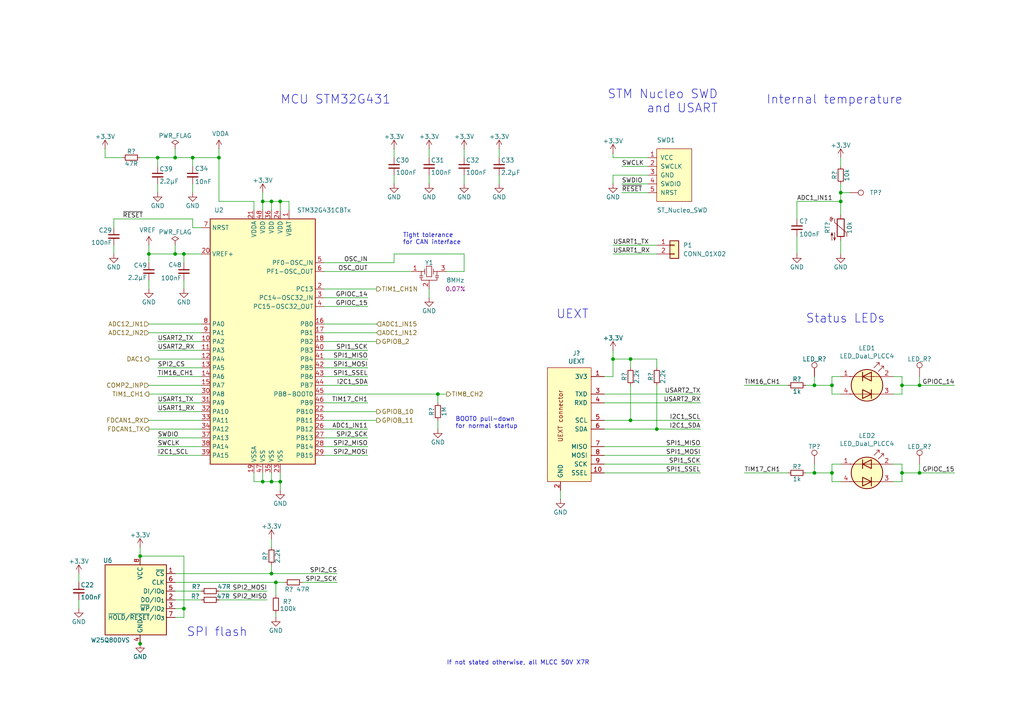
<source format=kicad_sch>
(kicad_sch (version 20250114) (generator "eeschema") (generator_version "9.0")
  (paper "A4")
  (title_block (title "MPPT 2420 HC") (date "2021-03-17") (rev "0.2.3") (company "Copyright © 2020 Libre Solar Technologies GmbH") (comment 1 "Licensed under CERN-OHL-W version 2") (comment 2 "Author: Martin Jäger"))
  (lib_symbols
    (symbol "Connector:TestPoint" (pin_numbers (hide yes)) (pin_names (offset 0.762) (hide yes))
      (property "Reference" "TP" (at 0 6.858 0))
      (property "Value" "TestPoint" (at 0 5.08 0))
      (symbol "TestPoint_0_1"
        (circle (center 0 3.302) (radius 0.762))
      )
      (symbol "TestPoint_1_1"
        (pin passive line (at 0 0 90) (length 2.54) (name "1") (number "1"))
      )
    )
    (symbol "Connector_Generic:Conn_01x02" (pin_names (offset 1.016) (hide yes))
      (property "Reference" "J" (at 0 2.54 0))
      (property "Value" "Conn_01x02" (at 0 -5.08 0))
      (symbol "Conn_01x02_1_1"
        (rectangle (start -1.27 1.27) (end 1.27 -3.81) (stroke (width 0.254)) (fill (type background)))
        (rectangle (start -1.27 0.127) (end 0 -0.127) (stroke (width 0.1524)))
        (rectangle (start -1.27 -2.413) (end 0 -2.667) (stroke (width 0.1524)))
        (pin passive line (at -5.08 0 0) (length 3.81) (name "Pin_1") (number "1"))
        (pin passive line (at -5.08 -2.54 0) (length 3.81) (name "Pin_2") (number "2"))
      )
    )
    (symbol "Device:Thermistor_NTC" (pin_numbers (hide yes)) (pin_names (offset 0))
      (property "Reference" "TH" (at -4.445 0 90))
      (property "Value" "Thermistor_NTC" (at 3.175 0 90))
      (symbol "Thermistor_NTC_0_1"
        (arc (start -3.175 2.413) (mid -3.0506 2.3165) (end -3.048 2.159))
        (arc (start -3.048 2.794) (mid -2.9736 2.9736) (end -2.794 3.048))
        (arc (start -2.794 3.048) (mid -2.6144 2.9736) (end -2.54 2.794))
        (arc (start -2.794 2.54) (mid -2.9736 2.6144) (end -3.048 2.794))
        (arc (start -2.794 1.905) (mid -2.9736 1.9794) (end -3.048 2.159))
        (arc (start -2.54 2.159) (mid -2.6144 1.9794) (end -2.794 1.905))
        (arc (start -2.159 2.794) (mid -2.434 2.5608) (end -2.794 2.54))
        (polyline (pts (xy -2.54 2.159) (xy -2.54 2.794)))
        (polyline (pts (xy -2.54 -3.683) (xy -2.54 -1.397) (xy -2.794 -2.159) (xy -2.286 -2.159) (xy -2.54 -1.397) (xy -2.54 -1.651)) (fill (type outline)))
        (polyline (pts (xy -1.778 2.54) (xy -1.778 1.524) (xy 1.778 -1.524) (xy 1.778 -2.54)))
        (polyline (pts (xy -1.778 -1.397) (xy -1.778 -3.683) (xy -2.032 -2.921) (xy -1.524 -2.921) (xy -1.778 -3.683) (xy -1.778 -3.429)) (fill (type outline)))
        (rectangle (start -1.016 2.54) (end 1.016 -2.54) (stroke (width 0.254)))
      )
      (symbol "Thermistor_NTC_1_1"
        (pin passive line (at 0 3.81 270) (length 1.27) (name "~") (number "1"))
        (pin passive line (at 0 -3.81 90) (length 1.27) (name "~") (number "2"))
      )
    )
    (symbol "LibreSolar:LED_Dual_CACA_BackToBack" (pin_names (offset 0) (hide yes))
      (property "Reference" "D" (at 0 5.715 0))
      (property "Value" "LibreSolar_LED_Dual_CACA_BackToBack" (at 0 -6.35 0))
      (symbol "LED_Dual_CACA_BackToBack_0_1"
        (polyline (pts (xy -5.08 2.54) (xy 2.032 2.54)))
        (polyline (pts (xy -5.08 -2.54) (xy 2.032 -2.54)))
        (polyline (pts (xy -1.27 3.81) (xy -1.27 1.27)) (stroke (width 0.254)))
        (polyline (pts (xy -1.27 -3.81) (xy -1.27 -1.27) (xy 1.27 -2.54) (xy -1.27 -3.81)) (stroke (width 0.254)))
        (circle (center 0 0) (radius 4.572) (stroke (width 0.254)) (fill (type background)))
        (polyline (pts (xy 1.27 3.81) (xy 1.27 1.27) (xy -1.27 2.54) (xy 1.27 3.81)) (stroke (width 0.254)))
        (polyline (pts (xy 1.27 -1.27) (xy 1.27 -3.81)) (stroke (width 0.254)))
        (polyline (pts (xy 2.032 5.08) (xy 3.556 6.604) (xy 2.794 6.604) (xy 3.556 6.604) (xy 3.556 5.842)))
        (polyline (pts (xy 3.302 4.064) (xy 4.826 5.588) (xy 4.064 5.588) (xy 4.826 5.588) (xy 4.826 4.826)))
        (polyline (pts (xy 3.81 2.54) (xy 1.905 2.54)))
        (polyline (pts (xy 3.81 -2.54) (xy 1.905 -2.54)))
      )
      (symbol "LED_Dual_CACA_BackToBack_1_1"
        (pin input line (at -7.62 2.54 0) (length 3.048) (name "A1") (number "1"))
        (pin input line (at -7.62 -2.54 0) (length 3.048) (name "K2") (number "4"))
        (pin input line (at 7.62 2.54 180) (length 3.81) (name "K1") (number "2"))
        (pin input line (at 7.62 -2.54 180) (length 3.81) (name "A2") (number "3"))
      )
    )
    (symbol "LibreSolar:STM32G431CBTx"
      (property "Reference" "U" (at -15.24 36.83 0))
      (property "Value" "LibreSolar_STM32G431CBTx" (at 10.16 38.1 0))
      (symbol "STM32G431CBTx_0_1"
        (rectangle (start -15.24 -35.56) (end 15.24 35.56) (stroke (width 0.254)) (fill (type background)))
      )
      (symbol "STM32G431CBTx_1_1"
        (pin input line (at -17.78 22.86 0) (length 2.54) (name "PF0-OSC_IN") (number "5"))
        (pin input line (at -17.78 20.32 0) (length 2.54) (name "PF1-OSC_OUT") (number "6"))
        (pin bidirectional line (at -17.78 15.24 0) (length 2.54) (name "PC13") (number "2"))
        (pin bidirectional line (at -17.78 12.7 0) (length 2.54) (name "PC14-OSC32_IN") (number "3"))
        (pin bidirectional line (at -17.78 10.16 0) (length 2.54) (name "PC15-OSC32_OUT") (number "4"))
        (pin bidirectional line (at -17.78 5.08 0) (length 2.54) (name "PB0") (number "16"))
        (pin bidirectional line (at -17.78 2.54 0) (length 2.54) (name "PB1") (number "17"))
        (pin bidirectional line (at -17.78 0 0) (length 2.54) (name "PB2") (number "18"))
        (pin bidirectional line (at -17.78 -2.54 0) (length 2.54) (name "PB3") (number "40"))
        (pin bidirectional line (at -17.78 -5.08 0) (length 2.54) (name "PB4") (number "41"))
        (pin bidirectional line (at -17.78 -7.62 0) (length 2.54) (name "PB5") (number "42"))
        (pin bidirectional line (at -17.78 -10.16 0) (length 2.54) (name "PB6") (number "43"))
        (pin bidirectional line (at -17.78 -12.7 0) (length 2.54) (name "PB7") (number "44"))
        (pin input line (at -17.78 -15.24 0) (length 2.54) (name "PB8-BOOT0") (number "45"))
        (pin bidirectional line (at -17.78 -17.78 0) (length 2.54) (name "PB9") (number "46"))
        (pin bidirectional line (at -17.78 -20.32 0) (length 2.54) (name "PB10") (number "22"))
        (pin bidirectional line (at -17.78 -22.86 0) (length 2.54) (name "PB11") (number "25"))
        (pin bidirectional line (at -17.78 -25.4 0) (length 2.54) (name "PB12") (number "26"))
        (pin bidirectional line (at -17.78 -27.94 0) (length 2.54) (name "PB13") (number "27"))
        (pin bidirectional line (at -17.78 -30.48 0) (length 2.54) (name "PB14") (number "28"))
        (pin bidirectional line (at -17.78 -33.02 0) (length 2.54) (name "PB15") (number "29"))
        (pin power_in line (at -7.62 38.1 270) (length 2.54) (name "VBAT") (number "1"))
        (pin power_in line (at -5.08 38.1 270) (length 2.54) (name "VDD") (number "24"))
        (pin power_in line (at -5.08 -38.1 90) (length 2.54) (name "VSS") (number "23"))
        (pin power_in line (at -2.54 38.1 270) (length 2.54) (name "VDD") (number "36"))
        (pin power_in line (at -2.54 -38.1 90) (length 2.54) (name "VSS") (number "35"))
        (pin power_in line (at 0 38.1 270) (length 2.54) (name "VDD") (number "48"))
        (pin power_in line (at 0 -38.1 90) (length 2.54) (name "VSS") (number "47"))
        (pin power_in line (at 2.54 38.1 270) (length 2.54) (name "VDDA") (number "21"))
        (pin power_in line (at 2.54 -38.1 90) (length 2.54) (name "VSSA") (number "19"))
        (pin input line (at 17.78 33.02 180) (length 2.54) (name "NRST") (number "7"))
        (pin power_in line (at 17.78 25.4 180) (length 2.54) (name "VREF+") (number "20"))
        (pin bidirectional line (at 17.78 5.08 180) (length 2.54) (name "PA0") (number "8"))
        (pin bidirectional line (at 17.78 2.54 180) (length 2.54) (name "PA1") (number "9"))
        (pin bidirectional line (at 17.78 0 180) (length 2.54) (name "PA2") (number "10"))
        (pin bidirectional line (at 17.78 -2.54 180) (length 2.54) (name "PA3") (number "11"))
        (pin bidirectional line (at 17.78 -5.08 180) (length 2.54) (name "PA4") (number "12"))
        (pin bidirectional line (at 17.78 -7.62 180) (length 2.54) (name "PA5") (number "13"))
        (pin bidirectional line (at 17.78 -10.16 180) (length 2.54) (name "PA6") (number "14"))
        (pin bidirectional line (at 17.78 -12.7 180) (length 2.54) (name "PA7") (number "15"))
        (pin bidirectional line (at 17.78 -15.24 180) (length 2.54) (name "PA8") (number "30"))
        (pin bidirectional line (at 17.78 -17.78 180) (length 2.54) (name "PA9") (number "31"))
        (pin bidirectional line (at 17.78 -20.32 180) (length 2.54) (name "PA10") (number "32"))
        (pin bidirectional line (at 17.78 -22.86 180) (length 2.54) (name "PA11") (number "33"))
        (pin bidirectional line (at 17.78 -25.4 180) (length 2.54) (name "PA12") (number "34"))
        (pin bidirectional line (at 17.78 -27.94 180) (length 2.54) (name "PA13") (number "37"))
        (pin bidirectional line (at 17.78 -30.48 180) (length 2.54) (name "PA14") (number "38"))
        (pin bidirectional line (at 17.78 -33.02 180) (length 2.54) (name "PA15") (number "39"))
      )
    )
    (symbol "LibreSolar:ST_Nucleo_SWD_5p" (pin_names (offset 1.016))
      (property "Reference" "J" (at 0 8.89 0))
      (property "Value" "LibreSolar_ST_Nucleo_SWD_5p" (at 0 -8.89 0))
      (symbol "ST_Nucleo_SWD_5p_0_1"
        (rectangle (start -5.08 7.62) (end 5.08 -7.62) (fill (type background)))
      )
      (symbol "ST_Nucleo_SWD_5p_1_1"
        (pin passive line (at -7.62 5.08 0) (length 2.54) (name "VCC") (number "1"))
        (pin passive line (at -7.62 2.54 0) (length 2.54) (name "SWCLK") (number "2"))
        (pin passive line (at -7.62 0 0) (length 2.54) (name "GND") (number "3"))
        (pin passive line (at -7.62 -2.54 0) (length 2.54) (name "SWDIO") (number "4"))
        (pin passive line (at -7.62 -5.08 0) (length 2.54) (name "NRST") (number "5"))
      )
    )
    (symbol "LibreSolar:VREF" (power) (pin_names (offset 0))
      (property "Value" "LibreSolar_VREF" (at 0 3.81 0))
      (symbol "VREF_0_1"
        (polyline (pts (xy -0.762 1.27) (xy 0 2.54)))
        (polyline (pts (xy 0 2.54) (xy 0.762 1.27)))
        (polyline (pts (xy 0 0) (xy 0 2.54)))
      )
      (symbol "VREF_1_1"
        (pin power_in line (at 0 0 90) (length 0) (hide yes) (name "VREF") (number "1"))
      )
    )
    (symbol "Memory_Flash:W25Q128JVS"
      (property "Reference" "U" (at -6.35 11.43 0))
      (property "Value" "W25Q128JVS" (at 7.62 11.43 0))
      (symbol "W25Q128JVS_0_1"
        (rectangle (start -7.62 10.16) (end 10.16 -10.16) (stroke (width 0.254)) (fill (type background)))
      )
      (symbol "W25Q128JVS_1_1"
        (pin input line (at -10.16 7.62 0) (length 2.54) (name "~{CS}") (number "1"))
        (pin input line (at -10.16 5.08 0) (length 2.54) (name "CLK") (number "6"))
        (pin bidirectional line (at -10.16 2.54 0) (length 2.54) (name "DI/IO_{0}") (number "5"))
        (pin bidirectional line (at -10.16 0 0) (length 2.54) (name "DO/IO_{1}") (number "2"))
        (pin bidirectional line (at -10.16 -2.54 0) (length 2.54) (name "~{WP}/IO_{2}") (number "3"))
        (pin bidirectional line (at -10.16 -5.08 0) (length 2.54) (name "~{HOLD}/~{RESET}/IO_{3}") (number "7"))
        (pin power_in line (at 0 12.7 270) (length 2.54) (name "VCC") (number "8"))
        (pin power_in line (at 0 -12.7 90) (length 2.54) (name "GND") (number "4"))
      )
    )
    (symbol "Project:C" (pin_numbers (hide yes)) (pin_names (offset 0.254) (hide yes))
      (property "Reference" "C" (at 0.635 1.905 0))
      (property "Value" "C" (at 0.635 -1.905 0))
      (symbol "C_0_1"
        (polyline (pts (xy -1.524 0.508) (xy 0 0.508) (xy 1.524 0.508)) (stroke (width 0.3048)))
        (polyline (pts (xy -1.524 -0.508) (xy 1.524 -0.508)) (stroke (width 0.3302)))
      )
      (symbol "C_1_1"
        (pin passive line (at 0 2.54 270) (length 1.905) (name "~") (number "1"))
        (pin passive line (at 0 -2.54 90) (length 2.032) (name "~") (number "2"))
      )
    )
    (symbol "Project:R" (pin_numbers (hide yes)) (pin_names (offset 0.254) (hide yes))
      (property "Reference" "R" (at -1.905 0 90))
      (property "Value" "R" (at 1.905 0 90))
      (symbol "R_0_1"
        (rectangle (start -0.762 1.778) (end 0.762 -1.778) (stroke (width 0.2032)))
      )
      (symbol "R_1_1"
        (pin passive line (at 0 2.54 270) (length 0.762) (name "~") (number "1"))
        (pin passive line (at 0 -2.54 90) (length 0.762) (name "~") (number "2"))
      )
    )
    (symbol "Project:Resonator" (pin_names (offset 1.016) (hide yes))
      (property "Reference" "Y" (at 0 2.54 0))
      (property "Value" "Resonator" (at 1.016 -4.572 0))
      (symbol "Resonator_0_1"
        (polyline (pts (xy -3.048 0) (xy -1.27 0)))
        (polyline (pts (xy -2.794 -1.778) (xy -1.778 -1.778)))
        (polyline (pts (xy -2.286 0) (xy -2.286 -1.27)))
        (polyline (pts (xy -2.286 -1.778) (xy -2.286 -2.54) (xy 0 -2.54)))
        (polyline (pts (xy -1.27 -0.762) (xy -1.27 0.762)))
        (rectangle (start -0.762 -1.524) (end 0.762 1.524))
        (polyline (pts (xy 1.27 0) (xy 3.048 0)))
        (polyline (pts (xy 1.27 -0.762) (xy 1.27 0.762)))
        (polyline (pts (xy 1.778 -1.27) (xy 2.794 -1.27)))
        (polyline (pts (xy 1.778 -1.778) (xy 2.794 -1.778)))
        (polyline (pts (xy 2.286 0) (xy 2.286 -1.27)))
        (polyline (pts (xy 2.286 -1.778) (xy 2.286 -2.54) (xy -0.254 -2.54)))
      )
      (symbol "Resonator_1_1"
        (polyline (pts (xy -2.794 -1.27) (xy -1.778 -1.27)))
        (pin passive line (at -5.08 0 0) (length 2.032) (name "1") (number "1"))
        (pin input line (at 0 -5.08 90) (length 2.54) (name "2") (number "2"))
        (pin passive line (at 5.08 0 180) (length 2.032) (name "3") (number "3"))
      )
    )
    (symbol "Project:UEXT" (pin_names (offset 1.016))
      (property "Reference" "J" (at -6.35 19.05 0))
      (property "Value" "UEXT" (at 6.35 19.05 0))
      (symbol "UEXT_0_0"
        (text "UEXT connector" (at -2.54 3.81 900) (effects (font (size 1.27 1.27))))
        (pin passive line (at 10.16 7.62 180) (length 3.81) (name "RXD") (number "4"))
      )
      (symbol "UEXT_0_1"
        (rectangle (start -6.35 17.78) (end 6.35 -15.24) (fill (type background)))
      )
      (symbol "UEXT_1_1"
        (pin passive line (at -2.54 -17.78 90) (length 2.54) (name "GND") (number "2"))
        (pin passive line (at 10.16 15.24 180) (length 3.81) (name "3V3") (number "1"))
        (pin passive line (at 10.16 10.16 180) (length 3.81) (name "TXD") (number "3"))
        (pin passive line (at 10.16 2.54 180) (length 3.81) (name "SCL") (number "5"))
        (pin passive line (at 10.16 0 180) (length 3.81) (name "SDA") (number "6"))
        (pin passive line (at 10.16 -5.08 180) (length 3.81) (name "MISO") (number "7"))
        (pin passive line (at 10.16 -7.62 180) (length 3.81) (name "MOSI") (number "8"))
        (pin passive line (at 10.16 -10.16 180) (length 3.81) (name "SCK") (number "9"))
        (pin passive line (at 10.16 -12.7 180) (length 3.81) (name "SSEL") (number "10"))
      )
    )
    (symbol "power:+3.3V" (power) (pin_numbers (hide yes)) (pin_names (offset 0) (hide yes))
      (property "Value" "+3.3V" (at 0 3.556 0))
      (symbol "+3.3V_0_1"
        (polyline (pts (xy -0.762 1.27) (xy 0 2.54)))
        (polyline (pts (xy 0 2.54) (xy 0.762 1.27)))
        (polyline (pts (xy 0 0) (xy 0 2.54)))
      )
      (symbol "+3.3V_1_1"
        (pin power_in line (at 0 0 90) (length 0) (name "~") (number "1"))
      )
    )
    (symbol "power:GND" (power) (pin_numbers (hide yes)) (pin_names (offset 0) (hide yes))
      (property "Value" "GND" (at 0 -3.81 0))
      (symbol "GND_0_1"
        (polyline (pts (xy 0 0) (xy 0 -1.27) (xy 1.27 -1.27) (xy 0 -2.54) (xy -1.27 -1.27) (xy 0 -1.27)))
      )
      (symbol "GND_1_1"
        (pin power_in line (at 0 0 270) (length 0) (name "~") (number "1"))
      )
    )
    (symbol "power:PWR_FLAG" (power) (pin_numbers (hide yes)) (pin_names (offset 0) (hide yes))
      (property "Value" "PWR_FLAG" (at 0 3.81 0))
      (symbol "PWR_FLAG_0_0"
        (pin power_out line (at 0 0 90) (length 0) (name "~") (number "1"))
      )
      (symbol "PWR_FLAG_0_1"
        (polyline (pts (xy 0 0) (xy 0 1.27) (xy -1.016 1.905) (xy 0 2.54) (xy 1.016 1.905) (xy 0 1.27)))
      )
    )
    (symbol "power:VDDA" (power) (pin_numbers (hide yes)) (pin_names (offset 0) (hide yes))
      (property "Value" "VDDA" (at 0 3.556 0))
      (symbol "VDDA_0_1"
        (polyline (pts (xy -0.762 1.27) (xy 0 2.54)))
        (polyline (pts (xy 0 2.54) (xy 0.762 1.27)))
        (polyline (pts (xy 0 0) (xy 0 2.54)))
      )
      (symbol "VDDA_1_1"
        (pin power_in line (at 0 0 90) (length 0) (name "~") (number "1"))
      )
    )
  )
  (text "MCU STM32G431" (at 81.28 30.48 0) (effects (font (size 2.54 2.54)) (justify left bottom)))
  (text "BOOT0 pull-down\nfor normal startup" (at 132.08 124.46 0) (effects (font (size 1.27 1.27)) (justify left bottom)))
  (text "Tight tolerance\nfor CAN interface" (at 116.84 71.12 0) (effects (font (size 1.27 1.27)) (justify left bottom)))
  (text "UEXT" (at 161.29 92.71 0) (effects (font (size 2.54 2.54)) (justify left bottom)))
  (text "SPI flash" (at 54.102 184.912 0) (effects (font (size 2.54 2.54)) (justify left bottom)))
  (text "If not stated otherwise, all MLCC 50V X7R" (at 129.54 193.04 0) (effects (font (size 1.27 1.27)) (justify left bottom)))
  (text "Status LEDs" (at 233.68 93.98 0) (effects (font (size 2.54 2.54)) (justify left bottom)))
  (text "Internal temperature" (at 222.25 30.48 0) (effects (font (size 2.54 2.54)) (justify left bottom)))
  (text "STM Nucleo SWD\nand USART" (at 208.28 33.02 0) (effects (font (size 2.54 2.54)) (justify right bottom)))
  (junction (at 45.72 45.72))
  (junction (at 78.74 58.42))
  (junction (at 236.22 111.76))
  (junction (at 81.28 139.7))
  (junction (at 182.88 121.92))
  (junction (at 266.7 111.76))
  (junction (at 80.01 168.91))
  (junction (at 261.62 137.16))
  (junction (at 177.8 104.14))
  (junction (at 81.28 58.42))
  (junction (at 50.8 45.72))
  (junction (at 236.22 137.16))
  (junction (at 53.34 73.66))
  (junction (at 243.84 55.88))
  (junction (at 76.2 139.7))
  (junction (at 241.3 137.16))
  (junction (at 43.18 73.66))
  (junction (at 40.64 161.29))
  (junction (at 78.74 166.37))
  (junction (at 63.5 45.72))
  (junction (at 53.34 176.53))
  (junction (at 127 114.3))
  (junction (at 55.88 45.72))
  (junction (at 76.2 58.42))
  (junction (at 78.74 139.7))
  (junction (at 50.8 73.66))
  (junction (at 261.62 111.76))
  (junction (at 182.88 104.14))
  (junction (at 40.64 186.69))
  (junction (at 243.84 58.42))
  (junction (at 266.7 137.16))
  (junction (at 190.5 124.46))
  (junction (at 241.3 111.76))
  (wire (pts (xy 177.8 109.22) (xy 177.8 104.14)))
  (wire (pts (xy 58.42 73.66) (xy 53.34 73.66)))
  (wire (pts (xy 81.28 58.42) (xy 83.82 58.42)))
  (wire (pts (xy 175.26 137.16) (xy 203.2 137.16)))
  (wire (pts (xy 241.3 134.62) (xy 241.3 137.16)))
  (wire (pts (xy 175.26 129.54) (xy 203.2 129.54)))
  (wire (pts (xy 246.38 55.88) (xy 243.84 55.88)))
  (wire (pts (xy 109.22 99.06) (xy 93.98 99.06)))
  (wire (pts (xy 76.2 139.7) (xy 73.66 139.7)))
  (wire (pts (xy 93.98 109.22) (xy 106.68 109.22)))
  (wire (pts (xy 241.3 134.62) (xy 243.84 134.62)))
  (wire (pts (xy 266.7 137.16) (xy 261.62 137.16)))
  (wire (pts (xy 50.8 176.53) (xy 53.34 176.53)))
  (wire (pts (xy 124.46 43.18) (xy 124.46 45.72)))
  (wire (pts (xy 55.88 53.34) (xy 55.88 55.88)))
  (wire (pts (xy 53.34 176.53) (xy 53.34 161.29)))
  (wire (pts (xy 175.26 116.84) (xy 203.2 116.84)))
  (wire (pts (xy 114.3 76.2) (xy 114.3 73.66)))
  (wire (pts (xy 187.96 50.8) (xy 177.8 50.8)))
  (wire (pts (xy 55.88 63.5) (xy 55.88 66.04)))
  (wire (pts (xy 203.2 132.08) (xy 175.26 132.08)))
  (wire (pts (xy 162.56 142.24) (xy 162.56 144.78)))
  (wire (pts (xy 124.46 53.34) (xy 124.46 50.8)))
  (wire (pts (xy 63.5 171.45) (xy 77.47 171.45)))
  (wire (pts (xy 106.68 101.6) (xy 93.98 101.6)))
  (wire (pts (xy 109.22 96.52) (xy 93.98 96.52)))
  (wire (pts (xy 93.98 111.76) (xy 106.68 111.76)))
  (wire (pts (xy 93.98 88.9) (xy 106.68 88.9)))
  (wire (pts (xy 243.84 58.42) (xy 243.84 62.23)))
  (wire (pts (xy 81.28 139.7) (xy 81.28 137.16)))
  (wire (pts (xy 241.3 139.7) (xy 243.84 139.7)))
  (wire (pts (xy 236.22 111.76) (xy 241.3 111.76)))
  (wire (pts (xy 33.02 71.12) (xy 33.02 73.66)))
  (wire (pts (xy 45.72 116.84) (xy 58.42 116.84)))
  (wire (pts (xy 50.8 71.12) (xy 50.8 73.66)))
  (wire (pts (xy 50.8 168.91) (xy 80.01 168.91)))
  (wire (pts (xy 228.6 137.16) (xy 215.9 137.16)))
  (wire (pts (xy 182.88 111.76) (xy 182.88 121.92)))
  (wire (pts (xy 266.7 109.22) (xy 266.7 111.76)))
  (wire (pts (xy 78.74 139.7) (xy 76.2 139.7)))
  (wire (pts (xy 53.34 179.07) (xy 53.34 176.53)))
  (wire (pts (xy 236.22 111.76) (xy 233.68 111.76)))
  (wire (pts (xy 182.88 121.92) (xy 203.2 121.92)))
  (wire (pts (xy 109.22 121.92) (xy 93.98 121.92)))
  (wire (pts (xy 190.5 111.76) (xy 190.5 124.46)))
  (wire (pts (xy 43.18 111.76) (xy 58.42 111.76)))
  (wire (pts (xy 58.42 101.6) (xy 45.72 101.6)))
  (wire (pts (xy 144.78 45.72) (xy 144.78 43.18)))
  (wire (pts (xy 236.22 137.16) (xy 241.3 137.16)))
  (wire (pts (xy 241.3 137.16) (xy 241.3 139.7)))
  (wire (pts (xy 78.74 166.37) (xy 97.79 166.37)))
  (wire (pts (xy 177.8 71.12) (xy 190.5 71.12)))
  (wire (pts (xy 241.3 109.22) (xy 243.84 109.22)))
  (wire (pts (xy 76.2 55.88) (xy 76.2 58.42)))
  (wire (pts (xy 30.48 45.72) (xy 30.48 43.18)))
  (wire (pts (xy 114.3 53.34) (xy 114.3 50.8)))
  (wire (pts (xy 93.98 119.38) (xy 109.22 119.38)))
  (wire (pts (xy 134.62 43.18) (xy 134.62 45.72)))
  (wire (pts (xy 73.66 58.42) (xy 63.5 58.42)))
  (wire (pts (xy 93.98 129.54) (xy 106.68 129.54)))
  (wire (pts (xy 58.42 93.98) (xy 43.18 93.98)))
  (wire (pts (xy 50.8 166.37) (xy 78.74 166.37)))
  (wire (pts (xy 106.68 116.84) (xy 93.98 116.84)))
  (wire (pts (xy 93.98 76.2) (xy 114.3 76.2)))
  (wire (pts (xy 43.18 104.14) (xy 58.42 104.14)))
  (wire (pts (xy 81.28 142.24) (xy 81.28 139.7)))
  (wire (pts (xy 22.86 176.53) (xy 22.86 173.99)))
  (wire (pts (xy 231.14 68.58) (xy 231.14 73.66)))
  (wire (pts (xy 259.08 134.62) (xy 261.62 134.62)))
  (wire (pts (xy 58.42 106.68) (xy 45.72 106.68)))
  (wire (pts (xy 127 121.92) (xy 127 124.46)))
  (wire (pts (xy 78.74 139.7) (xy 78.74 137.16)))
  (wire (pts (xy 276.86 137.16) (xy 266.7 137.16)))
  (wire (pts (xy 43.18 81.28) (xy 43.18 83.82)))
  (wire (pts (xy 261.62 114.3) (xy 259.08 114.3)))
  (wire (pts (xy 45.72 45.72) (xy 50.8 45.72)))
  (wire (pts (xy 241.3 114.3) (xy 241.3 111.76)))
  (wire (pts (xy 243.84 45.72) (xy 243.84 48.26)))
  (wire (pts (xy 129.54 114.3) (xy 127 114.3)))
  (wire (pts (xy 93.98 93.98) (xy 109.22 93.98)))
  (wire (pts (xy 53.34 73.66) (xy 50.8 73.66)))
  (wire (pts (xy 43.18 71.12) (xy 43.18 73.66)))
  (wire (pts (xy 76.2 139.7) (xy 76.2 137.16)))
  (wire (pts (xy 58.42 129.54) (xy 45.72 129.54)))
  (wire (pts (xy 33.02 63.5) (xy 55.88 63.5)))
  (wire (pts (xy 45.72 127) (xy 58.42 127)))
  (wire (pts (xy 114.3 73.66) (xy 134.62 73.66)))
  (wire (pts (xy 177.8 45.72) (xy 187.96 45.72)))
  (wire (pts (xy 53.34 81.28) (xy 53.34 83.82)))
  (wire (pts (xy 233.68 137.16) (xy 236.22 137.16)))
  (wire (pts (xy 78.74 58.42) (xy 78.74 60.96)))
  (wire (pts (xy 50.8 179.07) (xy 53.34 179.07)))
  (wire (pts (xy 144.78 50.8) (xy 144.78 53.34)))
  (wire (pts (xy 134.62 78.74) (xy 129.54 78.74)))
  (wire (pts (xy 259.08 139.7) (xy 261.62 139.7)))
  (wire (pts (xy 33.02 63.5) (xy 33.02 66.04)))
  (wire (pts (xy 35.56 45.72) (xy 30.48 45.72)))
  (wire (pts (xy 40.64 161.29) (xy 40.64 163.83)))
  (wire (pts (xy 45.72 119.38) (xy 58.42 119.38)))
  (wire (pts (xy 241.3 111.76) (xy 241.3 109.22)))
  (wire (pts (xy 261.62 139.7) (xy 261.62 137.16)))
  (wire (pts (xy 261.62 111.76) (xy 266.7 111.76)))
  (wire (pts (xy 228.6 111.76) (xy 215.9 111.76)))
  (wire (pts (xy 175.26 109.22) (xy 177.8 109.22)))
  (wire (pts (xy 231.14 58.42) (xy 243.84 58.42)))
  (wire (pts (xy 55.88 45.72) (xy 55.88 48.26)))
  (wire (pts (xy 63.5 45.72) (xy 63.5 58.42)))
  (wire (pts (xy 231.14 63.5) (xy 231.14 58.42)))
  (wire (pts (xy 177.8 73.66) (xy 190.5 73.66)))
  (wire (pts (xy 58.42 109.22) (xy 45.72 109.22)))
  (wire (pts (xy 45.72 48.26) (xy 45.72 45.72)))
  (wire (pts (xy 58.42 99.06) (xy 45.72 99.06)))
  (wire (pts (xy 236.22 109.22) (xy 236.22 111.76)))
  (wire (pts (xy 259.08 109.22) (xy 261.62 109.22)))
  (wire (pts (xy 58.42 124.46) (xy 43.18 124.46)))
  (wire (pts (xy 177.8 104.14) (xy 177.8 101.6)))
  (wire (pts (xy 43.18 121.92) (xy 58.42 121.92)))
  (wire (pts (xy 187.96 53.34) (xy 180.34 53.34)))
  (wire (pts (xy 182.88 104.14) (xy 177.8 104.14)))
  (wire (pts (xy 58.42 132.08) (xy 45.72 132.08)))
  (wire (pts (xy 53.34 73.66) (xy 53.34 76.2)))
  (wire (pts (xy 175.26 124.46) (xy 190.5 124.46)))
  (wire (pts (xy 177.8 44.45) (xy 177.8 45.72)))
  (wire (pts (xy 87.63 168.91) (xy 97.79 168.91)))
  (wire (pts (xy 80.01 177.8) (xy 80.01 179.07)))
  (wire (pts (xy 58.42 96.52) (xy 43.18 96.52)))
  (wire (pts (xy 93.98 127) (xy 106.68 127)))
  (wire (pts (xy 243.84 114.3) (xy 241.3 114.3)))
  (wire (pts (xy 80.01 172.72) (xy 80.01 168.91)))
  (wire (pts (xy 22.86 166.37) (xy 22.86 168.91)))
  (wire (pts (xy 50.8 43.18) (xy 50.8 45.72)))
  (wire (pts (xy 106.68 106.68) (xy 93.98 106.68)))
  (wire (pts (xy 58.42 173.99) (xy 50.8 173.99)))
  (wire (pts (xy 83.82 60.96) (xy 83.82 58.42)))
  (wire (pts (xy 134.62 50.8) (xy 134.62 53.34)))
  (wire (pts (xy 78.74 58.42) (xy 81.28 58.42)))
  (wire (pts (xy 93.98 78.74) (xy 119.38 78.74)))
  (wire (pts (xy 73.66 139.7) (xy 73.66 137.16)))
  (wire (pts (xy 175.26 121.92) (xy 182.88 121.92)))
  (wire (pts (xy 80.01 168.91) (xy 82.55 168.91)))
  (wire (pts (xy 261.62 137.16) (xy 261.62 134.62)))
  (wire (pts (xy 76.2 58.42) (xy 78.74 58.42)))
  (wire (pts (xy 78.74 158.75) (xy 78.74 156.21)))
  (wire (pts (xy 76.2 58.42) (xy 76.2 60.96)))
  (wire (pts (xy 127 114.3) (xy 127 116.84)))
  (wire (pts (xy 55.88 66.04) (xy 58.42 66.04)))
  (wire (pts (xy 93.98 124.46) (xy 106.68 124.46)))
  (wire (pts (xy 81.28 139.7) (xy 78.74 139.7)))
  (wire (pts (xy 40.64 158.75) (xy 40.64 161.29)))
  (wire (pts (xy 182.88 104.14) (xy 190.5 104.14)))
  (wire (pts (xy 182.88 106.68) (xy 182.88 104.14)))
  (wire (pts (xy 175.26 114.3) (xy 203.2 114.3)))
  (wire (pts (xy 78.74 166.37) (xy 78.74 163.83)))
  (wire (pts (xy 50.8 45.72) (xy 55.88 45.72)))
  (wire (pts (xy 187.96 55.88) (xy 180.34 55.88)))
  (wire (pts (xy 243.84 53.34) (xy 243.84 55.88)))
  (wire (pts (xy 124.46 83.82) (xy 124.46 86.36)))
  (wire (pts (xy 134.62 73.66) (xy 134.62 78.74)))
  (wire (pts (xy 63.5 173.99) (xy 77.47 173.99)))
  (wire (pts (xy 266.7 137.16) (xy 266.7 134.62)))
  (wire (pts (xy 106.68 86.36) (xy 93.98 86.36)))
  (wire (pts (xy 50.8 73.66) (xy 43.18 73.66)))
  (wire (pts (xy 190.5 124.46) (xy 203.2 124.46)))
  (wire (pts (xy 40.64 184.15) (xy 40.64 186.69)))
  (wire (pts (xy 261.62 111.76) (xy 261.62 114.3)))
  (wire (pts (xy 53.34 161.29) (xy 40.64 161.29)))
  (wire (pts (xy 127 114.3) (xy 93.98 114.3)))
  (wire (pts (xy 45.72 45.72) (xy 40.64 45.72)))
  (wire (pts (xy 81.28 58.42) (xy 81.28 60.96)))
  (wire (pts (xy 45.72 53.34) (xy 45.72 55.88)))
  (wire (pts (xy 93.98 132.08) (xy 106.68 132.08)))
  (wire (pts (xy 109.22 83.82) (xy 93.98 83.82)))
  (wire (pts (xy 177.8 50.8) (xy 177.8 53.34)))
  (wire (pts (xy 43.18 76.2) (xy 43.18 73.66)))
  (wire (pts (xy 175.26 134.62) (xy 203.2 134.62)))
  (wire (pts (xy 261.62 109.22) (xy 261.62 111.76)))
  (wire (pts (xy 187.96 48.26) (xy 180.34 48.26)))
  (wire (pts (xy 243.84 55.88) (xy 243.84 58.42)))
  (wire (pts (xy 114.3 43.18) (xy 114.3 45.72)))
  (wire (pts (xy 266.7 111.76) (xy 276.86 111.76)))
  (wire (pts (xy 93.98 104.14) (xy 106.68 104.14)))
  (wire (pts (xy 236.22 137.16) (xy 236.22 134.62)))
  (wire (pts (xy 55.88 45.72) (xy 63.5 45.72)))
  (wire (pts (xy 243.84 69.85) (xy 243.84 73.66)))
  (wire (pts (xy 50.8 171.45) (xy 58.42 171.45)))
  (wire (pts (xy 58.42 114.3) (xy 43.18 114.3)))
  (wire (pts (xy 63.5 43.18) (xy 63.5 45.72)))
  (wire (pts (xy 73.66 60.96) (xy 73.66 58.42)))
  (wire (pts (xy 190.5 106.68) (xy 190.5 104.14)))
  (label "SPI1_SSEL" (at 203.2 137.16 180))
  (label "SWDIO" (at 45.72 127 0))
  (label "USART2_TX" (at 203.2 114.3 180))
  (label "SPI2_SCK" (at 97.79 168.91 180))
  (label "USART2_TX" (at 45.72 99.06 0))
  (label "ADC1_IN11" (at 106.68 124.46 180))
  (label "SWDIO" (at 180.34 53.34 0))
  (label "SPI1_SCK" (at 106.68 101.6 180))
  (label "USART2_RX" (at 203.2 116.84 180))
  (label "SPI1_SSEL" (at 106.68 109.22 180))
  (label "USART2_RX" (at 45.72 101.6 0))
  (label "SPI1_MOSI" (at 106.68 106.68 180))
  (label "GPIOC_15" (at 276.86 137.16 180))
  (label "I2C1_SDA" (at 203.2 124.46 180))
  (label "TIM16_CH1" (at 45.72 109.22 0))
  (label "SWCLK" (at 180.34 48.26 0))
  (label "SPI2_CS" (at 97.79 166.37 180))
  (label "SWCLK" (at 45.72 129.54 0))
  (label "I2C1_SCL" (at 203.2 121.92 180))
  (label "SPI2_SCK" (at 106.68 127 180))
  (label "OSC_IN" (at 106.68 76.2 180))
  (label "SPI2_MOSI" (at 106.68 132.08 180))
  (label "USART1_TX" (at 177.8 71.12 0))
  (label "SPI1_MISO" (at 106.68 104.14 180))
  (label "OSC_OUT" (at 106.68 78.74 180))
  (label "~{RESET}" (at 180.34 55.88 0))
  (label "TIM17_CH1" (at 215.9 137.16 0))
  (label "SPI1_SCK" (at 203.2 134.62 180))
  (label "ADC1_IN11" (at 231.14 58.42 0))
  (label "SPI2_MISO" (at 77.47 173.99 180))
  (label "USART1_RX" (at 177.8 73.66 0))
  (label "TIM17_CH1" (at 106.68 116.84 180))
  (label "SPI1_MISO" (at 203.2 129.54 180))
  (label "GPIOC_14" (at 106.68 86.36 180))
  (label "~{RESET}" (at 35.56 63.5 0))
  (label "USART1_RX" (at 45.72 119.38 0))
  (label "SPI2_MOSI" (at 77.47 171.45 180))
  (label "SPI1_MOSI" (at 203.2 132.08 180))
  (label "SPI2_MISO" (at 106.68 129.54 180))
  (label "GPIOC_15" (at 106.68 88.9 180))
  (label "I2C1_SCL" (at 45.72 132.08 0))
  (label "SPI2_CS" (at 45.72 106.68 0))
  (label "GPIOC_14" (at 276.86 111.76 180))
  (label "I2C1_SDA" (at 106.68 111.76 180))
  (label "USART1_TX" (at 45.72 116.84 0))
  (label "TIM16_CH1" (at 215.9 111.76 0))
  (hierarchical_label "TIM8_CH2" (shape output) (at 129.54 114.3 0))
  (hierarchical_label "FDCAN1_TX" (shape output) (at 43.18 124.46 180))
  (hierarchical_label "GPIOB_11" (shape output) (at 109.22 121.92 0))
  (hierarchical_label "TIM1_CH1" (shape output) (at 43.18 114.3 180))
  (hierarchical_label "TIM1_CH1N" (shape output) (at 109.22 83.82 0))
  (hierarchical_label "ADC12_IN1" (shape input) (at 43.18 93.98 180))
  (hierarchical_label "ADC1_IN12" (shape input) (at 109.22 96.52 0))
  (hierarchical_label "GPIOB_2" (shape output) (at 109.22 99.06 0))
  (hierarchical_label "ADC12_IN2" (shape input) (at 43.18 96.52 180))
  (hierarchical_label "COMP2_INP" (shape input) (at 43.18 111.76 180))
  (hierarchical_label "ADC1_IN15" (shape input) (at 109.22 93.98 0))
  (hierarchical_label "DAC1" (shape output) (at 43.18 104.14 180))
  (hierarchical_label "GPIOB_10" (shape output) (at 109.22 119.38 0))
  (hierarchical_label "FDCAN1_RX" (shape input) (at 43.18 121.92 180))
  (symbol (lib_id "power:GND") (at 114.3 53.34 0) (unit 1)
    (property "Reference" "#PWR09" (effects (hide yes)))
    (property "Value" "GND" (at 114.3 57.15 0))
  )
  (symbol (lib_id "power:GND") (at 124.46 53.34 0) (unit 1)
    (property "Reference" "#PWR010" (effects (hide yes)))
    (property "Value" "GND" (at 124.46 57.15 0))
  )
  (symbol (lib_id "power:GND") (at 134.62 53.34 0) (unit 1)
    (property "Reference" "#PWR011" (effects (hide yes)))
    (property "Value" "GND" (at 134.62 57.15 0))
  )
  (symbol (lib_id "power:GND") (at 144.78 53.34 0) (unit 1)
    (property "Reference" "#PWR012" (effects (hide yes)))
    (property "Value" "GND" (at 144.78 57.15 0))
  )
  (symbol (lib_id "power:GND") (at 55.88 55.88 0) (unit 1)
    (property "Reference" "#PWR013" (effects (hide yes)))
    (property "Value" "GND" (at 55.88 59.69 0))
  )
  (symbol (lib_id "power:+3.3V") (at 114.3 43.18 0) (unit 1)
    (property "Reference" "#PWR014" (effects (hide yes)))
    (property "Value" "+3.3V" (at 114.3 39.624 0))
  )
  (symbol (lib_id "power:+3.3V") (at 124.46 43.18 0) (unit 1)
    (property "Reference" "#PWR015" (effects (hide yes)))
    (property "Value" "+3.3V" (at 124.46 39.624 0))
  )
  (symbol (lib_id "power:+3.3V") (at 134.62 43.18 0) (unit 1)
    (property "Reference" "#PWR016" (effects (hide yes)))
    (property "Value" "+3.3V" (at 134.62 39.624 0))
  )
  (symbol (lib_id "power:+3.3V") (at 144.78 43.18 0) (unit 1)
    (property "Reference" "#PWR017" (effects (hide yes)))
    (property "Value" "+3.3V" (at 144.78 39.624 0))
  )
  (symbol (lib_id "power:+3.3V") (at 76.2 55.88 0) (unit 1)
    (property "Reference" "#PWR024" (effects (hide yes)))
    (property "Value" "+3.3V" (at 76.2 52.324 0))
  )
  (symbol (lib_id "power:+3.3V") (at 30.48 43.18 0) (unit 1)
    (property "Reference" "#PWR025" (effects (hide yes)))
    (property "Value" "+3.3V" (at 30.48 39.624 0))
  )
  (symbol (lib_id "power:GND") (at 33.02 73.66 0) (mirror y) (unit 1)
    (property "Reference" "#PWR026" (effects (hide yes)))
    (property "Value" "GND" (at 33.02 77.47 0))
  )
  (symbol (lib_id "Project:C") (at 33.02 68.58 0) (mirror y) (unit 1)
    (property "Reference" "C29" (at 32.512 66.802 0) (effects (justify left)))
    (property "Value" "100nF" (at 32.512 70.358 0) (effects (justify left)))
    (property "Footprint" "LibreSolar:C_0603_1608" (effects (hide yes)))
    (property "Manufacturer" "any" (effects (hide yes)))
  )
  (symbol (lib_id "Project:C") (at 114.3 48.26 0) (unit 1)
    (property "Reference" "C30" (at 114.808 46.482 0) (effects (justify left)))
    (property "Value" "100nF" (at 114.808 50.038 0) (effects (justify left)))
    (property "Footprint" "LibreSolar:C_0603_1608" (effects (hide yes)))
    (property "Manufacturer" "any" (effects (hide yes)))
  )
  (symbol (lib_id "Project:C") (at 124.46 48.26 0) (unit 1)
    (property "Reference" "C31" (at 124.968 46.482 0) (effects (justify left)))
    (property "Value" "100nF" (at 124.968 50.038 0) (effects (justify left)))
    (property "Footprint" "LibreSolar:C_0603_1608" (effects (hide yes)))
    (property "Manufacturer" "any" (effects (hide yes)))
  )
  (symbol (lib_id "Project:C") (at 134.62 48.26 0) (unit 1)
    (property "Reference" "C32" (at 135.128 46.482 0) (effects (justify left)))
    (property "Value" "100nF" (at 135.128 50.038 0) (effects (justify left)))
    (property "Footprint" "LibreSolar:C_0603_1608" (effects (hide yes)))
    (property "Manufacturer" "any" (effects (hide yes)))
  )
  (symbol (lib_id "Project:C") (at 55.88 50.8 0) (unit 1)
    (property "Reference" "C34" (at 56.515 48.895 0) (effects (justify left)))
    (property "Value" "10nF" (at 56.515 52.705 0) (effects (justify left)))
    (property "Footprint" "LibreSolar:C_0603_1608" (effects (hide yes)))
    (property "Manufacturer" "any" (effects (hide yes)))
  )
  (symbol (lib_id "Project:C") (at 144.78 48.26 0) (unit 1)
    (property "Reference" "C33" (at 145.288 46.482 0) (effects (justify left)))
    (property "Value" "2.2µF" (at 145.288 50.038 0) (effects (justify left)))
    (property "Footprint" "LibreSolar:C_0603_1608" (effects (hide yes)))
    (property "Manufacturer" "any" (effects (hide yes)))
    (property "Remarks" "25V, X5R" (effects (hide yes)))
  )
  (symbol (lib_id "power:PWR_FLAG") (at 50.8 43.18 0) (unit 1)
    (property "Reference" "#FLG032" (effects (hide yes)))
    (property "Value" "PWR_FLAG" (at 50.8 39.37 0))
  )
  (symbol (lib_id "power:GND") (at 177.8 53.34 0) (unit 1)
    (property "Reference" "#PWR030" (effects (hide yes)))
    (property "Value" "GND" (at 177.8 57.15 0))
  )
  (symbol (lib_id "power:+3.3V") (at 177.8 44.45 0) (unit 1)
    (property "Reference" "#PWR031" (effects (hide yes)))
    (property "Value" "+3.3V" (at 177.8 40.894 0))
  )
  (symbol (lib_id "LibreSolar:ST_Nucleo_SWD_5p") (at 195.58 50.8 0) (unit 1)
    (property "Reference" "SWD1" (at 190.5 40.64 0) (effects (justify left)))
    (property "Value" "ST_Nucleo_SWD" (at 190.5 60.96 0) (effects (justify left)))
    (property "Footprint" "Connector_PinHeader_2.54mm:PinHeader_1x05_P2.54mm_Vertical" (effects (hide yes)))
    (property "Manufacturer" "any" (effects (hide yes)))
    (property "PartNumber" "Pin header 1x5, 2.54mm pitch" (effects (hide yes)))
  )
  (symbol (lib_id "Connector_Generic:Conn_01x02") (at 195.58 71.12 0) (unit 1)
    (property "Reference" "P1" (at 198.12 71.12 0) (effects (justify left)))
    (property "Value" "CONN_01X02" (at 198.12 73.66 0) (effects (justify left)))
    (property "Footprint" "Connector_PinHeader_2.54mm:PinHeader_1x02_P2.54mm_Vertical" (effects (hide yes)))
    (property "Manufacturer" "any" (effects (hide yes)))
    (property "PartNumber" "Pin header 1x5, 2.54mm pitch" (effects (hide yes)))
  )
  (symbol (lib_id "Project:C") (at 22.86 171.45 0) (unit 1)
    (property "Reference" "C22" (at 23.368 169.672 0) (effects (justify left)))
    (property "Value" "100nF" (at 23.368 173.228 0) (effects (justify left)))
    (property "Footprint" "LibreSolar:C_0603_1608" (effects (hide yes)))
    (property "Manufacturer" "any" (effects (hide yes)))
  )
  (symbol (lib_id "power:+3.3V") (at 40.64 158.75 0) (unit 1)
    (property "Reference" "#PWR034" (effects (hide yes)))
    (property "Value" "+3.3V" (at 40.64 155.194 0))
  )
  (symbol (lib_id "power:GND") (at 81.28 142.24 0) (unit 1)
    (property "Reference" "#PWR094" (effects (hide yes)))
    (property "Value" "GND" (at 81.28 146.05 0))
  )
  (symbol (lib_id "Project:Resonator") (at 124.46 78.74 0) (unit 1)
    (property "Reference" "Y1" (at 124.46 76.2 0))
    (property "Value" "8MHz" (at 132.08 81.28 0))
    (property "Footprint" "LibreSolar:Resonator_Murata_CSTNE" (effects (hide yes)))
    (property "Manufacturer" "Murata" (effects (hide yes)))
    (property "PartNumber" "CSTNE8M00GH5C000R0" (effects (hide yes)))
    (property "Remarks" "0.07%" (at 132.08 83.82 0))
    (property "Config" "+can" (effects (hide yes)))
  )
  (symbol (lib_id "power:GND") (at 124.46 86.36 0) (unit 1)
    (property "Reference" "#PWR048" (effects (hide yes)))
    (property "Value" "GND" (at 124.46 90.17 0))
  )
  (symbol (lib_id "Project:UEXT") (at 165.1 124.46 0) (unit 1)
    (property "Reference" "J7" (at 167.2082 102.489 0))
    (property "Value" "UEXT" (at 167.2082 104.8004 0))
    (property "Footprint" "LibreSolar:Box_Header_2x05x2.54mm_Straight" (effects (hide yes)))
    (property "Manufacturer" "any" (effects (hide yes)))
    (property "PartNumber" "Box header 2x5, 2.54mm pitch" (effects (hide yes)))
    (instances (project "" (path "" (reference "J?") (unit 1)) (path "" (reference "J7") (unit 1))))
  )
  (symbol (lib_id "Project:R") (at 190.5 109.22 0) (mirror x) (unit 1)
    (property "Reference" "R21" (at 188.722 109.22 90))
    (property "Value" "2.2k" (at 192.278 109.22 90))
    (property "Footprint" "LibreSolar:R_0603_1608" (effects (hide yes)))
    (property "Manufacturer" "any" (effects (hide yes)))
    (property "Remarks" "1%" (effects (hide yes)))
    (instances (project "" (path "" (reference "R?") (unit 1)) (path "" (reference "R21") (unit 1))))
  )
  (symbol (lib_id "Project:R") (at 182.88 109.22 0) (mirror x) (unit 1)
    (property "Reference" "R20" (at 181.102 109.22 90))
    (property "Value" "2.2k" (at 184.658 109.22 90))
    (property "Footprint" "LibreSolar:R_0603_1608" (effects (hide yes)))
    (property "Manufacturer" "any" (effects (hide yes)))
    (property "Remarks" "1%" (effects (hide yes)))
    (instances (project "" (path "" (reference "R?") (unit 1)) (path "" (reference "R20") (unit 1))))
  )
  (symbol (lib_id "power:+3.3V") (at 177.8 101.6 0) (unit 1)
    (property "Reference" "#PWR0101" (effects (hide yes)))
    (property "Value" "+3.3V" (at 177.8 98.044 0))
    (instances (project "" (path "" (reference "#PWR?") (unit 1)) (path "" (reference "#PWR0101") (unit 1))))
  )
  (symbol (lib_id "power:GND") (at 162.56 144.78 0) (mirror y) (unit 1)
    (property "Reference" "#PWR0113" (effects (hide yes)))
    (property "Value" "GND" (at 162.56 148.59 0))
    (instances (project "" (path "" (reference "#PWR?") (unit 1)) (path "" (reference "#PWR0113") (unit 1))))
  )
  (symbol (lib_id "power:GND") (at 231.14 73.66 0) (unit 1)
    (property "Reference" "#PWR0102" (effects (hide yes)))
    (property "Value" "GND" (at 231.14 77.47 0))
    (instances (project "" (path "" (reference "#PWR?") (unit 1)) (path "" (reference "#PWR0102") (unit 1))))
  )
  (symbol (lib_id "power:GND") (at 243.84 73.66 0) (unit 1)
    (property "Reference" "#PWR0103" (effects (hide yes)))
    (property "Value" "GND" (at 243.84 77.47 0))
    (instances (project "" (path "" (reference "#PWR?") (unit 1)) (path "" (reference "#PWR0103") (unit 1))))
  )
  (symbol (lib_id "Project:C") (at 231.14 66.04 0) (unit 1)
    (property "Reference" "C9" (at 231.775 64.135 0) (effects (justify left)))
    (property "Value" "100nF" (at 231.775 67.945 0) (effects (justify left)))
    (property "Footprint" "LibreSolar:C_0603_1608" (effects (hide yes)))
    (property "Manufacturer" "any" (effects (hide yes)))
    (instances (project "" (path "" (reference "C?") (unit 1)) (path "" (reference "C9") (unit 1))))
  )
  (symbol (lib_id "power:+3.3V") (at 243.84 45.72 0) (unit 1)
    (property "Reference" "#PWR0104" (effects (hide yes)))
    (property "Value" "+3.3V" (at 243.84 42.164 0))
    (instances (project "" (path "" (reference "#PWR?") (unit 1)) (path "" (reference "#PWR0104") (unit 1))))
  )
  (symbol (lib_id "Project:R") (at 243.84 50.8 0) (unit 1)
    (property "Reference" "R7" (at 242.062 50.8 90))
    (property "Value" "10k" (at 245.618 50.8 90))
    (property "Footprint" "LibreSolar:R_0603_1608" (effects (hide yes)))
    (property "Manufacturer" "any" (effects (hide yes)))
    (property "Remarks" "1%" (effects (hide yes)))
    (instances (project "" (path "" (reference "R?") (unit 1)) (path "" (reference "R7") (unit 1))))
  )
  (symbol (lib_id "Device:Thermistor_NTC") (at 243.84 66.04 0) (unit 1)
    (property "Reference" "RT1" (at 240.03 66.04 90))
    (property "Value" "10k" (at 246.38 66.04 90))
    (property "Footprint" "Capacitor_THT:C_Disc_D3.8mm_W2.6mm_P2.50mm" (effects (hide yes)))
    (property "Manufacturer" "TDK" (effects (hide yes)))
    (property "PartNumber" "NTCG163JF103FT1S" (effects (hide yes)))
    (instances (project "" (path "" (reference "RT?") (unit 1)) (path "" (reference "RT1") (unit 1))))
  )
  (symbol (lib_id "power:VDDA") (at 63.5 43.18 0) (unit 1)
    (property "Reference" "#PWR0108" (effects (hide yes)))
    (property "Value" "VDDA" (at 63.9318 38.7858 0))
  )
  (symbol (lib_id "Project:R") (at 38.1 45.72 270) (unit 1)
    (property "Reference" "R40" (at 38.1 43.942 90))
    (property "Value" "47R" (at 38.1 47.498 90))
    (property "Footprint" "LibreSolar:R_0603_1608" (effects (hide yes)))
    (property "Manufacturer" "any" (effects (hide yes)))
    (property "Remarks" "1%" (effects (hide yes)))
    (instances (project "" (path "" (reference "R?") (unit 1)) (path "" (reference "R40") (unit 1))))
  )
  (symbol (lib_id "power:GND") (at 45.72 55.88 0) (unit 1)
    (property "Reference" "#PWR0109" (effects (hide yes)))
    (property "Value" "GND" (at 45.72 59.69 0))
  )
  (symbol (lib_id "Project:C") (at 45.72 50.8 0) (unit 1)
    (property "Reference" "C39" (at 46.228 49.022 0) (effects (justify left)))
    (property "Value" "2.2µF" (at 46.228 52.578 0) (effects (justify left)))
    (property "Footprint" "LibreSolar:C_0603_1608" (effects (hide yes)))
    (property "Manufacturer" "any" (effects (hide yes)))
    (property "Remarks" "25V, X5R" (effects (hide yes)))
  )
  (symbol (lib_id "power:GND") (at 53.34 83.82 0) (mirror y) (unit 1)
    (property "Reference" "#PWR027" (effects (hide yes)))
    (property "Value" "GND" (at 53.34 87.63 0))
  )
  (symbol (lib_id "Project:C") (at 53.34 78.74 0) (mirror y) (unit 1)
    (property "Reference" "C48" (at 52.705 76.835 0) (effects (justify left)))
    (property "Value" "100nF" (at 52.705 80.645 0) (effects (justify left)))
    (property "Footprint" "LibreSolar:C_0603_1608" (effects (hide yes)))
    (property "Manufacturer" "any" (effects (hide yes)))
  )
  (symbol (lib_id "power:GND") (at 43.18 83.82 0) (mirror y) (unit 1)
    (property "Reference" "#PWR051" (effects (hide yes)))
    (property "Value" "GND" (at 43.18 87.63 0))
  )
  (symbol (lib_id "Project:C") (at 43.18 78.74 0) (mirror y) (unit 1)
    (property "Reference" "C49" (at 42.672 76.962 0) (effects (justify left)))
    (property "Value" "2.2µF" (at 42.672 80.518 0) (effects (justify left)))
    (property "Footprint" "LibreSolar:C_0603_1608" (effects (hide yes)))
    (property "Manufacturer" "any" (effects (hide yes)))
    (property "Remarks" "25V, X5R" (effects (hide yes)))
  )
  (symbol (lib_id "LibreSolar:VREF") (at 43.18 71.12 0) (mirror y) (unit 1)
    (property "Reference" "#PWR028" (effects (hide yes)))
    (property "Value" "VREF" (at 42.799 66.7258 0))
  )
  (symbol (lib_id "LibreSolar:STM32G431CBTx") (at 76.2 99.06 0) (mirror y) (unit 1)
    (property "Reference" "U2" (at 63.5 60.96 0))
    (property "Value" "STM32G431CBTx" (at 93.98 60.96 0))
    (property "Footprint" "Package_QFP:LQFP-48_7x7mm_P0.5mm" (effects (hide yes)))
    (property "Datasheet" "https://www.st.com/resource/en/datasheet/stm32g431cb.pdf" (effects (hide yes)))
    (property "Manufacturer" "ST Microelectronics" (effects (hide yes)))
    (property "PartNumber" "STM32G431CBT6" (effects (hide yes)))
  )
  (symbol (lib_id "Project:R") (at 127 119.38 0) (mirror x) (unit 1)
    (property "Reference" "R15" (at 125.222 119.38 90))
    (property "Value" "1M" (at 128.778 119.38 90))
    (property "Footprint" "LibreSolar:R_0603_1608" (effects (hide yes)))
    (property "Manufacturer" "any" (effects (hide yes)))
    (property "Remarks" "1%" (effects (hide yes)))
    (instances (project "" (path "" (reference "R?") (unit 1)) (path "" (reference "R15") (unit 1))))
  )
  (symbol (lib_id "power:GND") (at 127 124.46 0) (unit 1)
    (property "Reference" "#PWR0105" (effects (hide yes)))
    (property "Value" "GND" (at 127 128.27 0))
  )
  (symbol (lib_id "Project:R") (at 231.14 111.76 270) (unit 1)
    (property "Reference" "R29" (at 231.14 109.982 90))
    (property "Value" "1k" (at 231.14 113.538 90))
    (property "Footprint" "LibreSolar:R_0603_1608" (effects (hide yes)))
    (property "Manufacturer" "any" (effects (hide yes)))
    (property "Remarks" "1%" (effects (hide yes)))
    (instances (project "" (path "" (reference "R?") (unit 1)) (path "" (reference "R29") (unit 1))))
  )
  (symbol (lib_id "power:PWR_FLAG") (at 50.8 71.12 0) (unit 1)
    (property "Reference" "#FLG0103" (effects (hide yes)))
    (property "Value" "PWR_FLAG" (at 50.8 67.31 0))
  )
  (symbol (lib_id "Connector:TestPoint") (at 236.22 134.62 0) (unit 1)
    (property "Reference" "TP14" (at 236.22 129.54 0))
    (property "Value" "1.5mm" (effects (hide yes)))
    (property "Footprint" "TestPoint:TestPoint_Pad_D1.5mm" (effects (hide yes)))
    (property "Config" "+info" (effects (hide yes)))
    (instances (project "" (path "" (reference "TP?") (unit 1)) (path "" (reference "TP?") (unit 1)) (path "" (reference "TP14") (unit 1)) (path "" (reference "TP?") (unit 1))))
  )
  (symbol (lib_id "Connector:TestPoint") (at 266.7 109.22 0) (unit 1)
    (property "Reference" "TP13" (at 266.7 104.14 0))
    (property "Value" "1.5mm" (effects (hide yes)))
    (property "Footprint" "TestPoint:TestPoint_Pad_D1.5mm" (effects (hide yes)))
    (property "Config" "+info" (effects (hide yes)))
    (instances (project "" (path "" (reference "LED_R?") (unit 1)) (path "" (reference "LED_R?") (unit 1)) (path "" (reference "TP13") (unit 1)) (path "" (reference "LED_R?") (unit 1))))
  )
  (symbol (lib_id "Connector:TestPoint") (at 236.22 109.22 0) (unit 1)
    (property "Reference" "TP12" (at 236.22 104.14 0))
    (property "Value" "1.5mm" (effects (hide yes)))
    (property "Footprint" "TestPoint:TestPoint_Pad_D1.5mm" (effects (hide yes)))
    (property "Config" "+info" (effects (hide yes)))
    (instances (project "" (path "" (reference "LED_R?") (unit 1)) (path "" (reference "LED_R?") (unit 1)) (path "" (reference "TP12") (unit 1)) (path "" (reference "LED_R?") (unit 1))))
  )
  (symbol (lib_id "Connector:TestPoint") (at 246.38 55.88 270) (unit 1)
    (property "Reference" "TP15" (at 254 55.88 90))
    (property "Value" "1.5mm" (effects (hide yes)))
    (property "Footprint" "TestPoint:TestPoint_Pad_D1.5mm" (effects (hide yes)))
    (property "Config" "+info" (effects (hide yes)))
    (instances (project "" (path "" (reference "TP?") (unit 1)) (path "" (reference "TP?") (unit 1)) (path "" (reference "TP15") (unit 1)) (path "" (reference "TP?") (unit 1))))
  )
  (symbol (lib_id "LibreSolar:LED_Dual_CACA_BackToBack") (at 251.46 111.76 0) (unit 1)
    (property "Reference" "LED1" (at 251.46 100.965 0))
    (property "Value" "LED_Dual_PLCC4" (at 251.46 103.2764 0))
    (property "Footprint" "LED_SMD:LED_Avago_PLCC4_3.2x2.8mm_CW" (effects (hide yes)))
    (property "Datasheet" "https://www.mouser.de/datasheet/2/239/LTST-E682KRKGWT-1149990.pdf" (effects (hide yes)))
    (property "Manufacturer" "Lite-On" (effects (hide yes)))
    (property "PartNumber" "LTST-E682KRKGWT" (effects (hide yes)))
    (property "Remarks" "Alternative: Vishay VLMKG3400-GS08" (effects (hide yes)))
  )
  (symbol (lib_id "Project:R") (at 231.14 137.16 270) (unit 1)
    (property "Reference" "R26" (at 231.14 135.382 90))
    (property "Value" "1k" (at 231.14 138.938 90))
    (property "Footprint" "LibreSolar:R_0603_1608" (effects (hide yes)))
    (property "Manufacturer" "any" (effects (hide yes)))
    (property "Remarks" "1%" (effects (hide yes)))
    (instances (project "" (path "" (reference "R?") (unit 1)) (path "" (reference "R26") (unit 1))))
  )
  (symbol (lib_id "Connector:TestPoint") (at 266.7 134.62 0) (unit 1)
    (property "Reference" "TP20" (at 266.7 129.54 0))
    (property "Value" "1.5mm" (effects (hide yes)))
    (property "Footprint" "TestPoint:TestPoint_Pad_D1.5mm" (effects (hide yes)))
    (property "Config" "+info" (effects (hide yes)))
    (instances (project "" (path "" (reference "LED_R?") (unit 1)) (path "" (reference "LED_R?") (unit 1)) (path "" (reference "TP20") (unit 1)) (path "" (reference "LED_R?") (unit 1))))
  )
  (symbol (lib_id "LibreSolar:LED_Dual_CACA_BackToBack") (at 251.46 137.16 0) (unit 1)
    (property "Reference" "LED2" (at 251.46 126.365 0))
    (property "Value" "LED_Dual_PLCC4" (at 251.46 128.6764 0))
    (property "Footprint" "LED_SMD:LED_Avago_PLCC4_3.2x2.8mm_CW" (effects (hide yes)))
    (property "Datasheet" "https://www.mouser.de/datasheet/2/239/LTST-E682KRKGWT-1149990.pdf" (effects (hide yes)))
    (property "Manufacturer" "Lite-On" (effects (hide yes)))
    (property "PartNumber" "LTST-E682KRKGWT" (effects (hide yes)))
  )
  (symbol (lib_id "Memory_Flash:W25Q128JVS") (at 40.64 173.99 0) (mirror y) (unit 1)
    (property "Reference" "U6" (at 31.242 162.56 0))
    (property "Value" "W25Q80DVS" (at 32.004 185.674 0))
    (property "Footprint" "LibreSolar:SOIC-8_3.9x4.9mm_Pitch1.27mm" (effects (hide yes)))
    (property "Datasheet" "https://www.mouser.de/datasheet/2/949/w25q80dv_dl_revh_10022015-1489677.pdf" (effects (hide yes)))
    (property "Manufacturer" "Winbond" (effects (hide yes)))
    (property "PartNumber" "W25Q80DVSNIG" (effects (hide yes)))
  )
  (symbol (lib_id "power:GND") (at 22.86 176.53 0) (unit 1)
    (property "Reference" "#PWR0125" (effects (hide yes)))
    (property "Value" "GND" (at 22.86 180.34 0))
  )
  (symbol (lib_id "Project:R") (at 60.96 171.45 270) (unit 1)
    (property "Reference" "R27" (at 56.896 170.18 90))
    (property "Value" "47R" (at 65.024 170.18 90))
    (property "Footprint" "LibreSolar:R_0603_1608" (effects (hide yes)))
    (property "Manufacturer" "any" (effects (hide yes)))
    (property "Remarks" "1%" (effects (hide yes)))
    (instances (project "" (path "" (reference "R?") (unit 1)) (path "" (reference "R27") (unit 1))))
  )
  (symbol (lib_id "Project:R") (at 60.96 173.99 270) (unit 1)
    (property "Reference" "R28" (at 56.642 172.974 90))
    (property "Value" "47R" (at 64.77 172.974 90))
    (property "Footprint" "LibreSolar:R_0603_1608" (effects (hide yes)))
    (property "Manufacturer" "any" (effects (hide yes)))
    (property "Remarks" "1%" (effects (hide yes)))
    (instances (project "" (path "" (reference "R?") (unit 1)) (path "" (reference "R28") (unit 1))))
  )
  (symbol (lib_id "power:GND") (at 40.64 186.69 0) (unit 1)
    (property "Reference" "#PWR0126" (effects (hide yes)))
    (property "Value" "GND" (at 40.64 190.5 0))
  )
  (symbol (lib_id "power:+3.3V") (at 22.86 166.37 0) (unit 1)
    (property "Reference" "#PWR0127" (effects (hide yes)))
    (property "Value" "+3.3V" (at 22.86 162.814 0))
  )
  (symbol (lib_id "Project:R") (at 85.09 168.91 90) (mirror x) (unit 1)
    (property "Reference" "R32" (at 83.82 170.942 90))
    (property "Value" "47R" (at 87.884 170.942 90))
    (property "Footprint" "LibreSolar:R_0603_1608" (effects (hide yes)))
    (property "Manufacturer" "any" (effects (hide yes)))
    (property "Remarks" "1%" (effects (hide yes)))
    (instances (project "" (path "" (reference "R?") (unit 1)) (path "" (reference "R32") (unit 1))))
  )
  (symbol (lib_id "power:+3.3V") (at 78.74 156.21 0) (unit 1)
    (property "Reference" "#PWR0128" (effects (hide yes)))
    (property "Value" "+3.3V" (at 78.74 152.654 0))
  )
  (symbol (lib_id "Project:R") (at 78.74 161.29 0) (mirror x) (unit 1)
    (property "Reference" "R31" (at 76.962 161.29 90))
    (property "Value" "2.2k" (at 80.518 161.29 90))
    (property "Footprint" "LibreSolar:R_0603_1608" (effects (hide yes)))
    (property "Manufacturer" "any" (effects (hide yes)))
    (property "Remarks" "1%" (effects (hide yes)))
    (instances (project "" (path "" (reference "R?") (unit 1)) (path "" (reference "R31") (unit 1))))
  )
  (symbol (lib_id "Project:R") (at 80.01 175.26 0) (mirror x) (unit 1)
    (property "Reference" "R30" (at 83.312 174.498 0))
    (property "Value" "100k" (at 83.566 176.53 0))
    (property "Footprint" "LibreSolar:R_0603_1608" (effects (hide yes)))
    (property "Manufacturer" "any" (effects (hide yes)))
    (property "Remarks" "1%" (effects (hide yes)))
    (instances (project "" (path "" (reference "R?") (unit 1)) (path "" (reference "R30") (unit 1))))
  )
  (symbol (lib_id "power:GND") (at 80.01 179.07 0) (unit 1)
    (property "Reference" "#PWR0129" (effects (hide yes)))
    (property "Value" "GND" (at 80.01 182.88 0))
  )
)
</source>
